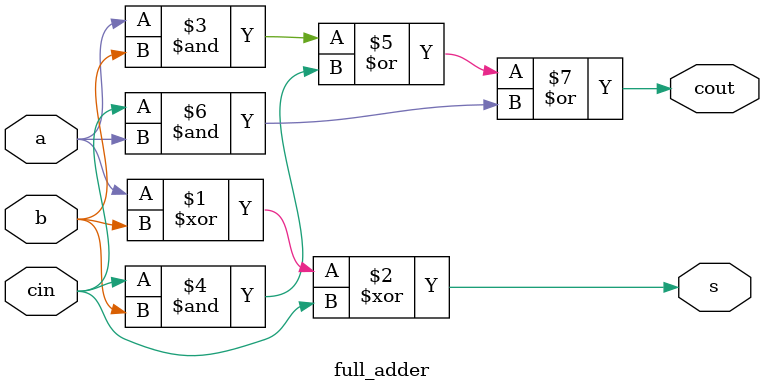
<source format=sv>
/***************************************************/
/* ECE 327: Digital Hardware Systems - Spring 2025 */
/* Lab 1 - Part 1                                  */
/* Full adder module                               */
/***************************************************/

module full_adder (
    input a,    // First operand bit
    input b,    // Second operand bit
    input cin,  // Input Carry bit
    output s,   // Output sum bit
    output cout // Output carry bit
);

/******* Your code starts here *******/
assign s = a ^ b ^ cin;
assign cout = (a & b) | (cin & b) | (cin & a);

/******* Your code ends here ********/

endmodule

</source>
